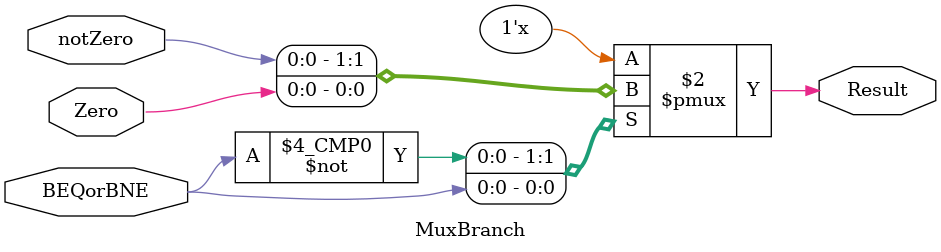
<source format=sv>
module MuxBranch
(
	input logic Zero, 
	input logic notZero,
	input logic BEQorBNE,
	output logic Result
);

	always_comb
	begin
		case (BEQorBNE)
		1'b0: Result <= notZero;
		1'b1: Result <= Zero;
		endcase
	end

endmodule: MuxBranch
</source>
